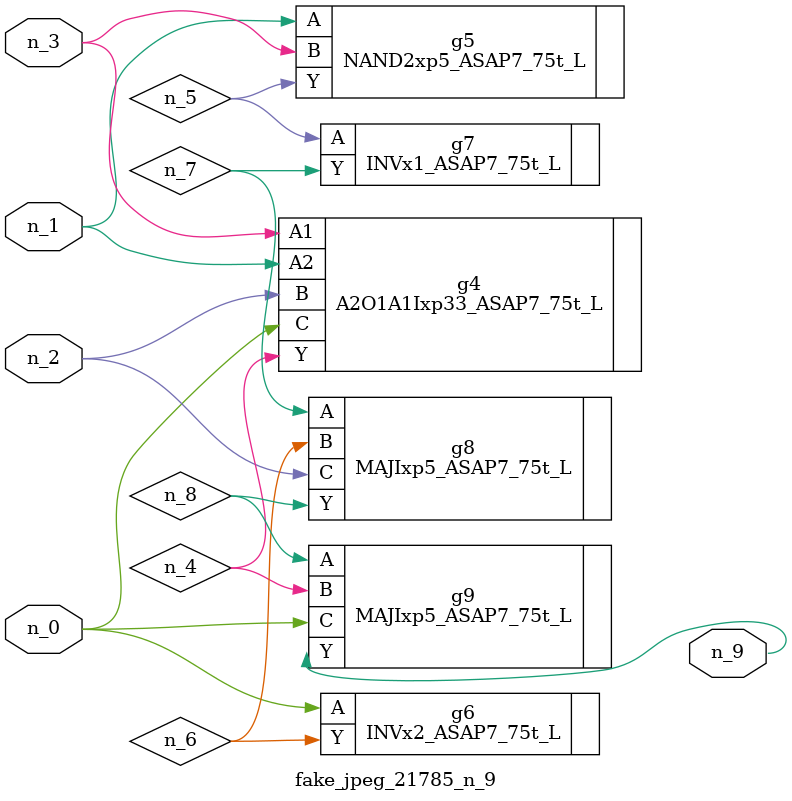
<source format=v>
module fake_jpeg_21785_n_9 (n_0, n_3, n_2, n_1, n_9);

input n_0;
input n_3;
input n_2;
input n_1;

output n_9;

wire n_4;
wire n_8;
wire n_6;
wire n_5;
wire n_7;

A2O1A1Ixp33_ASAP7_75t_L g4 ( 
.A1(n_3),
.A2(n_1),
.B(n_2),
.C(n_0),
.Y(n_4)
);

NAND2xp5_ASAP7_75t_L g5 ( 
.A(n_1),
.B(n_3),
.Y(n_5)
);

INVx2_ASAP7_75t_L g6 ( 
.A(n_0),
.Y(n_6)
);

INVx1_ASAP7_75t_L g7 ( 
.A(n_5),
.Y(n_7)
);

MAJIxp5_ASAP7_75t_L g8 ( 
.A(n_7),
.B(n_6),
.C(n_2),
.Y(n_8)
);

MAJIxp5_ASAP7_75t_L g9 ( 
.A(n_8),
.B(n_4),
.C(n_0),
.Y(n_9)
);


endmodule
</source>
